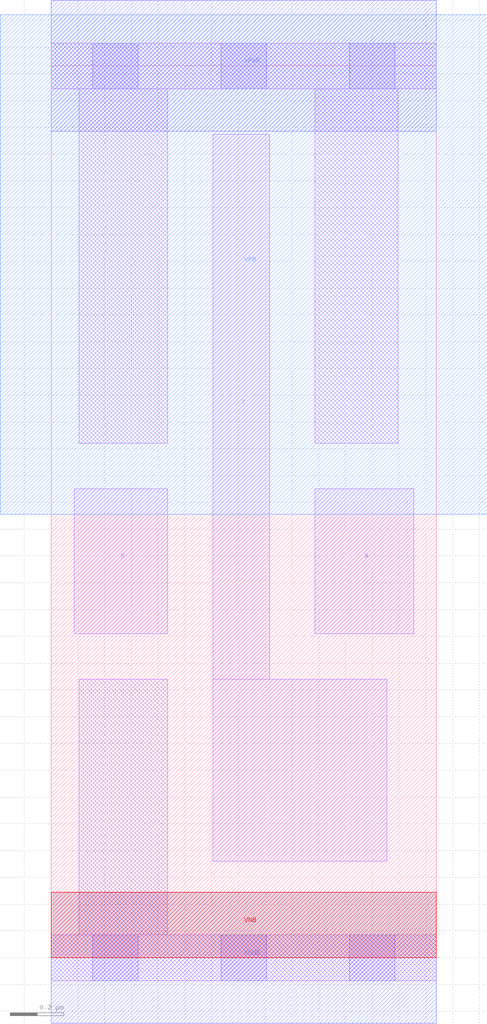
<source format=lef>
# Copyright 2020 The SkyWater PDK Authors
#
# Licensed under the Apache License, Version 2.0 (the "License");
# you may not use this file except in compliance with the License.
# You may obtain a copy of the License at
#
#     https://www.apache.org/licenses/LICENSE-2.0
#
# Unless required by applicable law or agreed to in writing, software
# distributed under the License is distributed on an "AS IS" BASIS,
# WITHOUT WARRANTIES OR CONDITIONS OF ANY KIND, either express or implied.
# See the License for the specific language governing permissions and
# limitations under the License.
#
# SPDX-License-Identifier: Apache-2.0

VERSION 5.7 ;
  NOWIREEXTENSIONATPIN ON ;
  DIVIDERCHAR "/" ;
  BUSBITCHARS "[]" ;
MACRO sky130_fd_sc_lp__nand2_1
  CLASS CORE ;
  FOREIGN sky130_fd_sc_lp__nand2_1 ;
  ORIGIN  0.000000  0.000000 ;
  SIZE  1.440000 BY  3.330000 ;
  SYMMETRY X Y R90 ;
  SITE unit ;
  PIN A
    ANTENNAGATEAREA  0.315000 ;
    DIRECTION INPUT ;
    USE SIGNAL ;
    PORT
      LAYER li1 ;
        RECT 0.985000 1.210000 1.355000 1.750000 ;
    END
  END A
  PIN B
    ANTENNAGATEAREA  0.315000 ;
    DIRECTION INPUT ;
    USE SIGNAL ;
    PORT
      LAYER li1 ;
        RECT 0.085000 1.210000 0.435000 1.750000 ;
    END
  END B
  PIN Y
    ANTENNADIFFAREA  0.575400 ;
    DIRECTION OUTPUT ;
    USE SIGNAL ;
    PORT
      LAYER li1 ;
        RECT 0.605000 0.360000 1.255000 1.040000 ;
        RECT 0.605000 1.040000 0.815000 3.075000 ;
    END
  END Y
  PIN VGND
    DIRECTION INOUT ;
    USE GROUND ;
    PORT
      LAYER met1 ;
        RECT 0.000000 -0.245000 1.440000 0.245000 ;
    END
  END VGND
  PIN VNB
    DIRECTION INOUT ;
    USE GROUND ;
    PORT
      LAYER pwell ;
        RECT 0.000000 0.000000 1.440000 0.245000 ;
    END
  END VNB
  PIN VPB
    DIRECTION INOUT ;
    USE POWER ;
    PORT
      LAYER nwell ;
        RECT -0.190000 1.655000 1.630000 3.520000 ;
    END
  END VPB
  PIN VPWR
    DIRECTION INOUT ;
    USE POWER ;
    PORT
      LAYER met1 ;
        RECT 0.000000 3.085000 1.440000 3.575000 ;
    END
  END VPWR
  OBS
    LAYER li1 ;
      RECT 0.000000 -0.085000 1.440000 0.085000 ;
      RECT 0.000000  3.245000 1.440000 3.415000 ;
      RECT 0.105000  0.085000 0.435000 1.040000 ;
      RECT 0.105000  1.920000 0.435000 3.245000 ;
      RECT 0.985000  1.920000 1.295000 3.245000 ;
    LAYER mcon ;
      RECT 0.155000 -0.085000 0.325000 0.085000 ;
      RECT 0.155000  3.245000 0.325000 3.415000 ;
      RECT 0.635000 -0.085000 0.805000 0.085000 ;
      RECT 0.635000  3.245000 0.805000 3.415000 ;
      RECT 1.115000 -0.085000 1.285000 0.085000 ;
      RECT 1.115000  3.245000 1.285000 3.415000 ;
  END
END sky130_fd_sc_lp__nand2_1
END LIBRARY

</source>
